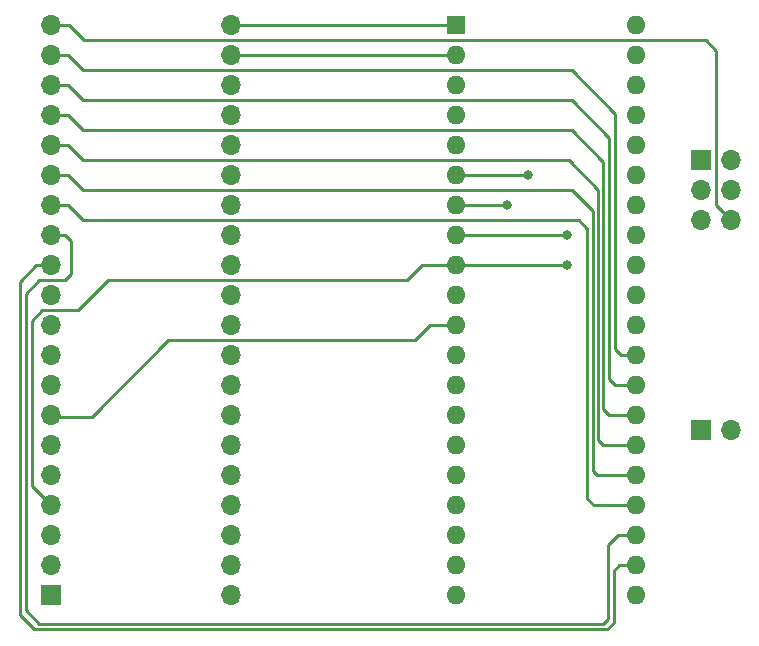
<source format=gbr>
%TF.GenerationSoftware,KiCad,Pcbnew,7.0.7*%
%TF.CreationDate,2024-02-24T19:25:05-05:00*%
%TF.ProjectId,m0110a_atmega32_thru_hole_pcb,6d303131-3061-45f6-9174-6d6567613332,rev?*%
%TF.SameCoordinates,Original*%
%TF.FileFunction,Copper,L2,Bot*%
%TF.FilePolarity,Positive*%
%FSLAX46Y46*%
G04 Gerber Fmt 4.6, Leading zero omitted, Abs format (unit mm)*
G04 Created by KiCad (PCBNEW 7.0.7) date 2024-02-24 19:25:05*
%MOMM*%
%LPD*%
G01*
G04 APERTURE LIST*
%TA.AperFunction,ComponentPad*%
%ADD10R,1.700000X1.700000*%
%TD*%
%TA.AperFunction,ComponentPad*%
%ADD11O,1.700000X1.700000*%
%TD*%
%TA.AperFunction,ComponentPad*%
%ADD12R,1.600000X1.600000*%
%TD*%
%TA.AperFunction,ComponentPad*%
%ADD13O,1.600000X1.600000*%
%TD*%
%TA.AperFunction,ViaPad*%
%ADD14C,0.800000*%
%TD*%
%TA.AperFunction,Conductor*%
%ADD15C,0.250000*%
%TD*%
G04 APERTURE END LIST*
D10*
%TO.P,J1,1,Pin_1*%
%TO.N,unconnected-(J1-Pin_1-Pad1)*%
X93599000Y-118491000D03*
D11*
%TO.P,J1,2,Pin_2*%
%TO.N,unconnected-(J1-Pin_2-Pad2)*%
X93599000Y-115951000D03*
%TO.P,J1,3,Pin_3*%
%TO.N,unconnected-(J1-Pin_3-Pad3)*%
X93599000Y-113411000D03*
%TO.P,J1,4,Pin_4*%
%TO.N,RESET*%
X93599000Y-110871000D03*
%TO.P,J1,5,Pin_5*%
%TO.N,+5V*%
X93599000Y-108331000D03*
%TO.P,J1,6,Pin_6*%
%TO.N,unconnected-(J1-Pin_6-Pad6)*%
X93599000Y-105791000D03*
%TO.P,J1,7,Pin_7*%
%TO.N,GNDREF*%
X93599000Y-103251000D03*
%TO.P,J1,8,Pin_8*%
%TO.N,unconnected-(J1-Pin_8-Pad8)*%
X93599000Y-100711000D03*
%TO.P,J1,9,Pin_9*%
%TO.N,unconnected-(J1-Pin_9-Pad9)*%
X93599000Y-98171000D03*
%TO.P,J1,10,Pin_10*%
%TO.N,unconnected-(J1-Pin_10-Pad10)*%
X93599000Y-95631000D03*
%TO.P,J1,11,Pin_11*%
%TO.N,unconnected-(J1-Pin_11-Pad11)*%
X93599000Y-93091000D03*
%TO.P,J1,12,Pin_12*%
%TO.N,/COL7*%
X93599000Y-90551000D03*
%TO.P,J1,13,Pin_13*%
%TO.N,/COL6*%
X93599000Y-88011000D03*
%TO.P,J1,14,Pin_14*%
%TO.N,/COL5*%
X93599000Y-85471000D03*
%TO.P,J1,15,Pin_15*%
%TO.N,/COL4*%
X93599000Y-82931000D03*
%TO.P,J1,16,Pin_16*%
%TO.N,/COL3*%
X93599000Y-80391000D03*
%TO.P,J1,17,Pin_17*%
%TO.N,/COL2*%
X93599000Y-77851000D03*
%TO.P,J1,18,Pin_18*%
%TO.N,/COL1*%
X93599000Y-75311000D03*
%TO.P,J1,19,Pin_19*%
%TO.N,/COL0*%
X93599000Y-72771000D03*
%TO.P,J1,20,Pin_20*%
%TO.N,GNDREF*%
X93599000Y-70231000D03*
%TO.P,J1,21,Pin_21*%
%TO.N,/ROW0*%
X108839000Y-70231000D03*
%TO.P,J1,22,Pin_22*%
%TO.N,/ROW1*%
X108839000Y-72771000D03*
%TO.P,J1,23,Pin_23*%
%TO.N,/SHIFT*%
X108839000Y-75311000D03*
%TO.P,J1,24,Pin_24*%
%TO.N,/LOCK*%
X108839000Y-77851000D03*
%TO.P,J1,25,Pin_25*%
%TO.N,unconnected-(J1-Pin_25-Pad25)*%
X108839000Y-80391000D03*
%TO.P,J1,26,Pin_26*%
%TO.N,+5V*%
X108839000Y-82931000D03*
%TO.P,J1,27,Pin_27*%
%TO.N,/ROW2*%
X108839000Y-85471000D03*
%TO.P,J1,28,Pin_28*%
%TO.N,/ROW3*%
X108839000Y-88011000D03*
%TO.P,J1,29,Pin_29*%
%TO.N,/ROW4*%
X108839000Y-90551000D03*
%TO.P,J1,30,Pin_30*%
%TO.N,/ROW5*%
X108839000Y-93091000D03*
%TO.P,J1,31,Pin_31*%
%TO.N,/ROW6*%
X108839000Y-95631000D03*
%TO.P,J1,32,Pin_32*%
%TO.N,/ROW7*%
X108839000Y-98171000D03*
%TO.P,J1,33,Pin_33*%
%TO.N,/ROW8*%
X108839000Y-100711000D03*
%TO.P,J1,34,Pin_34*%
%TO.N,/ROW9*%
X108839000Y-103251000D03*
%TO.P,J1,35,Pin_35*%
%TO.N,/OPT*%
X108839000Y-105791000D03*
%TO.P,J1,36,Pin_36*%
%TO.N,/CMD*%
X108839000Y-108331000D03*
%TO.P,J1,37,Pin_37*%
%TO.N,/KB_CLK*%
X108839000Y-110871000D03*
%TO.P,J1,38,Pin_38*%
%TO.N,/KB_DATA*%
X108839000Y-113411000D03*
%TO.P,J1,39,Pin_39*%
%TO.N,unconnected-(J1-Pin_39-Pad39)*%
X108839000Y-115951000D03*
%TO.P,J1,40,Pin_40*%
%TO.N,+5V*%
X108839000Y-118491000D03*
%TD*%
D12*
%TO.P,U2,1,PB0*%
%TO.N,/ROW0*%
X127889000Y-70231000D03*
D13*
%TO.P,U2,2,PB1*%
%TO.N,/ROW1*%
X127889000Y-72771000D03*
%TO.P,U2,3,PB2*%
%TO.N,/ROW2*%
X127889000Y-75311000D03*
%TO.P,U2,4,PB3*%
%TO.N,/ROW3*%
X127889000Y-77851000D03*
%TO.P,U2,5,PB4*%
%TO.N,/ROW4*%
X127889000Y-80391000D03*
%TO.P,U2,6,PB5*%
%TO.N,/ROW5*%
X127889000Y-82931000D03*
%TO.P,U2,7,PB6*%
%TO.N,/ROW6*%
X127889000Y-85471000D03*
%TO.P,U2,8,PB7*%
%TO.N,/ROW7*%
X127889000Y-88011000D03*
%TO.P,U2,9,~{RESET}*%
%TO.N,RESET*%
X127889000Y-90551000D03*
%TO.P,U2,10,VCC*%
%TO.N,+5V*%
X127889000Y-93091000D03*
%TO.P,U2,11,GND*%
%TO.N,GNDREF*%
X127889000Y-95631000D03*
%TO.P,U2,12,XTAL2*%
%TO.N,unconnected-(U2-XTAL2-Pad12)*%
X127889000Y-98171000D03*
%TO.P,U2,13,XTAL1*%
%TO.N,unconnected-(U2-XTAL1-Pad13)*%
X127889000Y-100711000D03*
%TO.P,U2,14,PD0*%
%TO.N,/RXD*%
X127889000Y-103251000D03*
%TO.P,U2,15,PD1*%
%TO.N,/TXD*%
X127889000Y-105791000D03*
%TO.P,U2,16,PD2*%
%TO.N,/KB_CLK*%
X127889000Y-108331000D03*
%TO.P,U2,17,PD3*%
%TO.N,/KB_DATA*%
X127889000Y-110871000D03*
%TO.P,U2,18,PD4*%
%TO.N,unconnected-(U2-PD4-Pad18)*%
X127889000Y-113411000D03*
%TO.P,U2,19,PD5*%
%TO.N,unconnected-(U2-PD5-Pad19)*%
X127889000Y-115951000D03*
%TO.P,U2,20,PD6*%
%TO.N,unconnected-(U2-PD6-Pad20)*%
X127889000Y-118491000D03*
%TO.P,U2,21,PD7*%
%TO.N,unconnected-(U2-PD7-Pad21)*%
X143129000Y-118491000D03*
%TO.P,U2,22,PC0*%
%TO.N,/COL7*%
X143129000Y-115951000D03*
%TO.P,U2,23,PC1*%
%TO.N,/COL6*%
X143129000Y-113411000D03*
%TO.P,U2,24,PC2*%
%TO.N,/COL5*%
X143129000Y-110871000D03*
%TO.P,U2,25,PC3*%
%TO.N,/COL4*%
X143129000Y-108331000D03*
%TO.P,U2,26,PC4*%
%TO.N,/COL3*%
X143129000Y-105791000D03*
%TO.P,U2,27,PC5*%
%TO.N,/COL2*%
X143129000Y-103251000D03*
%TO.P,U2,28,PC6*%
%TO.N,/COL1*%
X143129000Y-100711000D03*
%TO.P,U2,29,PC7*%
%TO.N,/COL0*%
X143129000Y-98171000D03*
%TO.P,U2,30,AVCC*%
%TO.N,unconnected-(U2-AVCC-Pad30)*%
X143129000Y-95631000D03*
%TO.P,U2,31,GND*%
%TO.N,GNDREF*%
X143129000Y-93091000D03*
%TO.P,U2,32,AREF*%
%TO.N,unconnected-(U2-AREF-Pad32)*%
X143129000Y-90551000D03*
%TO.P,U2,33,PA7*%
%TO.N,unconnected-(U2-PA7-Pad33)*%
X143129000Y-88011000D03*
%TO.P,U2,34,PA6*%
%TO.N,unconnected-(U2-PA6-Pad34)*%
X143129000Y-85471000D03*
%TO.P,U2,35,PA5*%
%TO.N,/CMD*%
X143129000Y-82931000D03*
%TO.P,U2,36,PA4*%
%TO.N,/OPT*%
X143129000Y-80391000D03*
%TO.P,U2,37,PA3*%
%TO.N,/SHIFT*%
X143129000Y-77851000D03*
%TO.P,U2,38,PA2*%
%TO.N,/LOCK*%
X143129000Y-75311000D03*
%TO.P,U2,39,PA1*%
%TO.N,/ROW9*%
X143129000Y-72771000D03*
%TO.P,U2,40,PA0*%
%TO.N,/ROW8*%
X143129000Y-70231000D03*
%TD*%
D10*
%TO.P,J2,1,Pin_1*%
%TO.N,/ROW6*%
X148640800Y-81661000D03*
D11*
%TO.P,J2,2,Pin_2*%
%TO.N,+5V*%
X151180800Y-81661000D03*
%TO.P,J2,3,Pin_3*%
%TO.N,/ROW7*%
X148640800Y-84201000D03*
%TO.P,J2,4,Pin_4*%
%TO.N,/ROW5*%
X151180800Y-84201000D03*
%TO.P,J2,5,Pin_5*%
%TO.N,RESET*%
X148640800Y-86741000D03*
%TO.P,J2,6,Pin_6*%
%TO.N,GNDREF*%
X151180800Y-86741000D03*
%TD*%
D10*
%TO.P,J3,1,Pin_1*%
%TO.N,/TXD*%
X148640800Y-104521000D03*
D11*
%TO.P,J3,2,Pin_2*%
%TO.N,/RXD*%
X151180800Y-104521000D03*
%TD*%
D14*
%TO.N,RESET*%
X137287000Y-90551000D03*
%TO.N,/ROW5*%
X133985000Y-82931000D03*
%TO.N,/ROW6*%
X132207000Y-85471000D03*
%TO.N,/ROW7*%
X137287000Y-88011000D03*
%TD*%
D15*
%TO.N,GNDREF*%
X149910800Y-85471000D02*
X151180800Y-86741000D01*
X149021800Y-71501000D02*
X149910800Y-72390000D01*
X96393000Y-71501000D02*
X149021800Y-71501000D01*
X95123000Y-70231000D02*
X96393000Y-71501000D01*
X149910800Y-72390000D02*
X149910800Y-85471000D01*
X93599000Y-70231000D02*
X95123000Y-70231000D01*
X124383800Y-96901000D02*
X125653800Y-95631000D01*
X93726000Y-103378000D02*
X97028000Y-103378000D01*
X93599000Y-103251000D02*
X93726000Y-103378000D01*
X125653800Y-95631000D02*
X127889000Y-95631000D01*
X97028000Y-103378000D02*
X103505000Y-96901000D01*
X103505000Y-96901000D02*
X124383800Y-96901000D01*
%TO.N,RESET*%
X124993400Y-90551000D02*
X127889000Y-90551000D01*
X127889000Y-90551000D02*
X137287000Y-90551000D01*
X93599000Y-110871000D02*
X91948000Y-109220000D01*
X123723400Y-91821000D02*
X124993400Y-90551000D01*
X98425000Y-91821000D02*
X123723400Y-91821000D01*
X91948000Y-109220000D02*
X91948000Y-95250000D01*
X91948000Y-95250000D02*
X92837000Y-94361000D01*
X92837000Y-94361000D02*
X95885000Y-94361000D01*
X95885000Y-94361000D02*
X98425000Y-91821000D01*
%TO.N,/COL7*%
X90932000Y-91948000D02*
X92329000Y-90551000D01*
X141706600Y-115951000D02*
X141224000Y-116433600D01*
X92144000Y-121354000D02*
X90932000Y-120142000D01*
X143129000Y-115951000D02*
X141706600Y-115951000D01*
X141224000Y-120802400D02*
X140672400Y-121354000D01*
X90932000Y-120142000D02*
X90932000Y-91948000D01*
X92329000Y-90551000D02*
X93599000Y-90551000D01*
X140672400Y-121354000D02*
X92144000Y-121354000D01*
X141224000Y-116433600D02*
X141224000Y-120802400D01*
%TO.N,/COL6*%
X94742000Y-88011000D02*
X93599000Y-88011000D01*
X140766800Y-120497600D02*
X140360400Y-120904000D01*
X143129000Y-113411000D02*
X141605000Y-113411000D01*
X140766800Y-114249200D02*
X140766800Y-120497600D01*
X141605000Y-113411000D02*
X140766800Y-114249200D01*
X92583000Y-91821000D02*
X94742000Y-91821000D01*
X140360400Y-120904000D02*
X92583000Y-120904000D01*
X94742000Y-91821000D02*
X95250000Y-91313000D01*
X95250000Y-91313000D02*
X95250000Y-88519000D01*
X92583000Y-120904000D02*
X91440000Y-119761000D01*
X91440000Y-92964000D02*
X92583000Y-91821000D01*
X91440000Y-119761000D02*
X91440000Y-92964000D01*
X95250000Y-88519000D02*
X94742000Y-88011000D01*
%TO.N,/COL5*%
X94996000Y-85471000D02*
X96266000Y-86741000D01*
X93599000Y-85471000D02*
X94996000Y-85471000D01*
X138996000Y-110294000D02*
X139573000Y-110871000D01*
X138996000Y-87434000D02*
X138996000Y-110294000D01*
X139573000Y-110871000D02*
X143129000Y-110871000D01*
X96266000Y-86741000D02*
X138303000Y-86741000D01*
X138303000Y-86741000D02*
X138996000Y-87434000D01*
%TO.N,/COL4*%
X139446000Y-107950000D02*
X139446000Y-85979000D01*
X96266000Y-84201000D02*
X94996000Y-82931000D01*
X143129000Y-108331000D02*
X139827000Y-108331000D01*
X139446000Y-85979000D02*
X137668000Y-84201000D01*
X137668000Y-84201000D02*
X96266000Y-84201000D01*
X94996000Y-82931000D02*
X93599000Y-82931000D01*
X139827000Y-108331000D02*
X139446000Y-107950000D01*
%TO.N,/COL3*%
X94996000Y-80391000D02*
X96266000Y-81661000D01*
X137414000Y-81661000D02*
X139896000Y-84143000D01*
X93599000Y-80391000D02*
X94996000Y-80391000D01*
X96266000Y-81661000D02*
X137414000Y-81661000D01*
X140335000Y-105791000D02*
X143129000Y-105791000D01*
X139896000Y-84143000D02*
X139896000Y-105352000D01*
X139896000Y-105352000D02*
X140335000Y-105791000D01*
%TO.N,/COL2*%
X143129000Y-103251000D02*
X140843000Y-103251000D01*
X96266000Y-79121000D02*
X94996000Y-77851000D01*
X140346000Y-102754000D02*
X140346000Y-81799000D01*
X140843000Y-103251000D02*
X140346000Y-102754000D01*
X94996000Y-77851000D02*
X93599000Y-77851000D01*
X137668000Y-79121000D02*
X96266000Y-79121000D01*
X140346000Y-81799000D02*
X137668000Y-79121000D01*
%TO.N,/COL1*%
X94996000Y-75311000D02*
X96266000Y-76581000D01*
X140843000Y-79756000D02*
X140843000Y-100203000D01*
X141351000Y-100711000D02*
X143129000Y-100711000D01*
X96266000Y-76581000D02*
X137668000Y-76581000D01*
X93599000Y-75311000D02*
X94996000Y-75311000D01*
X140843000Y-100203000D02*
X141351000Y-100711000D01*
X137668000Y-76581000D02*
X140843000Y-79756000D01*
%TO.N,/COL0*%
X141859000Y-98171000D02*
X143129000Y-98171000D01*
X94996000Y-72771000D02*
X96266000Y-74041000D01*
X96266000Y-74041000D02*
X137668000Y-74041000D01*
X141351000Y-97663000D02*
X141859000Y-98171000D01*
X141351000Y-77724000D02*
X141351000Y-97663000D01*
X93599000Y-72771000D02*
X94996000Y-72771000D01*
X137668000Y-74041000D02*
X141351000Y-77724000D01*
%TO.N,/ROW0*%
X108839000Y-70231000D02*
X127889000Y-70231000D01*
%TO.N,/ROW1*%
X108839000Y-72771000D02*
X127889000Y-72771000D01*
%TO.N,/ROW5*%
X127889000Y-82931000D02*
X133985000Y-82931000D01*
%TO.N,/ROW6*%
X132207000Y-85471000D02*
X127889000Y-85471000D01*
%TO.N,/ROW7*%
X127889000Y-88011000D02*
X137287000Y-88011000D01*
%TO.N,/KB_CLK*%
X127762000Y-108458000D02*
X127889000Y-108331000D01*
%TD*%
M02*

</source>
